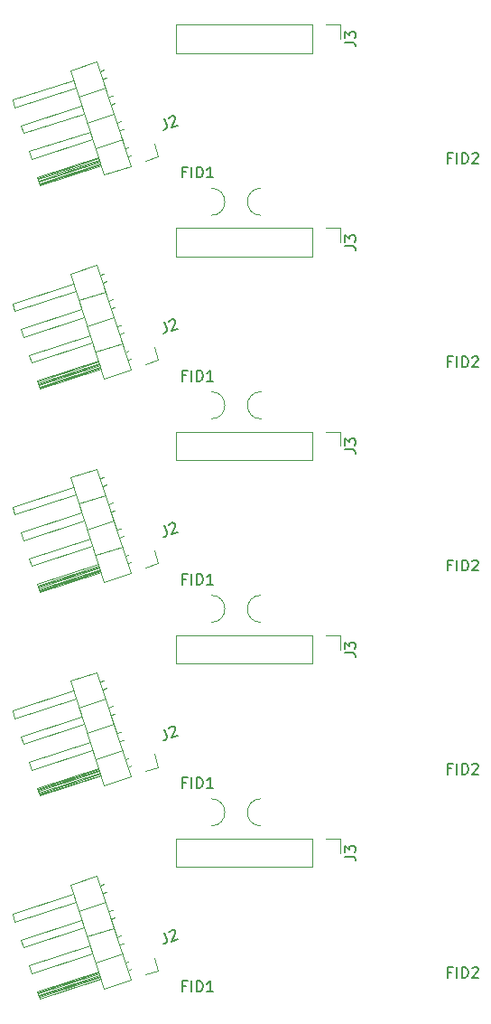
<source format=gto>
G04 #@! TF.GenerationSoftware,KiCad,Pcbnew,5.0.0-fee4fd1~66~ubuntu16.04.1*
G04 #@! TF.CreationDate,2018-10-22T20:15:58+02:00*
G04 #@! TF.ProjectId,WiRoc_NanoPi_SideOledPCB_v1_Panelized,5769526F635F4E616E6F50695F536964,rev?*
G04 #@! TF.SameCoordinates,Original*
G04 #@! TF.FileFunction,Legend,Top*
G04 #@! TF.FilePolarity,Positive*
%FSLAX46Y46*%
G04 Gerber Fmt 4.6, Leading zero omitted, Abs format (unit mm)*
G04 Created by KiCad (PCBNEW 5.0.0-fee4fd1~66~ubuntu16.04.1) date Mon Oct 22 20:15:58 2018*
%MOMM*%
%LPD*%
G01*
G04 APERTURE LIST*
%ADD10C,0.100000*%
%ADD11C,0.120000*%
%ADD12C,0.150000*%
G04 APERTURE END LIST*
D10*
G04 #@! TO.C,mouse-bite-2.54mm-slot*
X137330000Y-152603000D02*
G75*
G03X137330000Y-155143000I0J-1270000D01*
G01*
X132670000Y-152603000D02*
G75*
G02X132670000Y-155143000I0J-1270000D01*
G01*
X137330000Y-133537000D02*
G75*
G03X137330000Y-136077000I0J-1270000D01*
G01*
X132670000Y-133537000D02*
G75*
G02X132670000Y-136077000I0J-1270000D01*
G01*
X137330000Y-114471000D02*
G75*
G03X137330000Y-117011000I0J-1270000D01*
G01*
X132670000Y-114471000D02*
G75*
G02X132670000Y-117011000I0J-1270000D01*
G01*
D11*
G04 #@! TO.C,J2*
X127683893Y-168686390D02*
X126476052Y-169078842D01*
X127291442Y-167478548D02*
X127683893Y-168686390D01*
X122619580Y-160584831D02*
X122241943Y-160707532D01*
X122854433Y-161307635D02*
X122476796Y-161430335D01*
X114005793Y-163383620D02*
X119712132Y-161529518D01*
X114240646Y-164106422D02*
X114005793Y-163383620D01*
X119946985Y-162252320D02*
X114240646Y-164106422D01*
X122751821Y-162276776D02*
X120222010Y-163098761D01*
X123404483Y-163000514D02*
X123026846Y-163123216D01*
X123639336Y-163723317D02*
X123261699Y-163846019D01*
X114790696Y-165799303D02*
X120497035Y-163945201D01*
X115025549Y-166522106D02*
X114790696Y-165799303D01*
X120731888Y-164668004D02*
X115025549Y-166522106D01*
X123536724Y-164692459D02*
X121006914Y-165514444D01*
X124189386Y-165416198D02*
X123811749Y-165538899D01*
X124424239Y-166139001D02*
X124046602Y-166261702D01*
X115575600Y-168214988D02*
X121281939Y-166360885D01*
X115810452Y-168937790D02*
X115575600Y-168214988D01*
X121516792Y-167083689D02*
X115810452Y-168937790D01*
X124321627Y-167108143D02*
X121791817Y-167930128D01*
X124910501Y-167852607D02*
X124596652Y-167954583D01*
X125145354Y-168575410D02*
X124831505Y-168677386D01*
X122097744Y-168871674D02*
X116391404Y-170725776D01*
X122134826Y-168985801D02*
X116428486Y-170839903D01*
X122171909Y-169099927D02*
X116465569Y-170954029D01*
X122208990Y-169214054D02*
X116502651Y-171068156D01*
X122246072Y-169328181D02*
X116539733Y-171182283D01*
X122283154Y-169442308D02*
X116576815Y-171296410D01*
X116360503Y-170630670D02*
X122066842Y-168776568D01*
X116595356Y-171353473D02*
X116360503Y-170630670D01*
X122301695Y-169499371D02*
X116595356Y-171353473D01*
X122595261Y-170402875D02*
X125125071Y-169580890D01*
X119418566Y-160626014D02*
X122595261Y-170402875D01*
X121948377Y-159804029D02*
X119418566Y-160626014D01*
X125125071Y-169580890D02*
X121948377Y-159804029D01*
X127683893Y-149620390D02*
X126476052Y-150012842D01*
X127291442Y-148412548D02*
X127683893Y-149620390D01*
X122619580Y-141518831D02*
X122241943Y-141641532D01*
X122854433Y-142241635D02*
X122476796Y-142364335D01*
X114005793Y-144317620D02*
X119712132Y-142463518D01*
X114240646Y-145040422D02*
X114005793Y-144317620D01*
X119946985Y-143186320D02*
X114240646Y-145040422D01*
X122751821Y-143210776D02*
X120222010Y-144032761D01*
X123404483Y-143934514D02*
X123026846Y-144057216D01*
X123639336Y-144657317D02*
X123261699Y-144780019D01*
X114790696Y-146733303D02*
X120497035Y-144879201D01*
X115025549Y-147456106D02*
X114790696Y-146733303D01*
X120731888Y-145602004D02*
X115025549Y-147456106D01*
X123536724Y-145626459D02*
X121006914Y-146448444D01*
X124189386Y-146350198D02*
X123811749Y-146472899D01*
X124424239Y-147073001D02*
X124046602Y-147195702D01*
X115575600Y-149148988D02*
X121281939Y-147294885D01*
X115810452Y-149871790D02*
X115575600Y-149148988D01*
X121516792Y-148017689D02*
X115810452Y-149871790D01*
X124321627Y-148042143D02*
X121791817Y-148864128D01*
X124910501Y-148786607D02*
X124596652Y-148888583D01*
X125145354Y-149509410D02*
X124831505Y-149611386D01*
X122097744Y-149805674D02*
X116391404Y-151659776D01*
X122134826Y-149919801D02*
X116428486Y-151773903D01*
X122171909Y-150033927D02*
X116465569Y-151888029D01*
X122208990Y-150148054D02*
X116502651Y-152002156D01*
X122246072Y-150262181D02*
X116539733Y-152116283D01*
X122283154Y-150376308D02*
X116576815Y-152230410D01*
X116360503Y-151564670D02*
X122066842Y-149710568D01*
X116595356Y-152287473D02*
X116360503Y-151564670D01*
X122301695Y-150433371D02*
X116595356Y-152287473D01*
X122595261Y-151336875D02*
X125125071Y-150514890D01*
X119418566Y-141560014D02*
X122595261Y-151336875D01*
X121948377Y-140738029D02*
X119418566Y-141560014D01*
X125125071Y-150514890D02*
X121948377Y-140738029D01*
X127683893Y-130554390D02*
X126476052Y-130946842D01*
X127291442Y-129346548D02*
X127683893Y-130554390D01*
X122619580Y-122452831D02*
X122241943Y-122575532D01*
X122854433Y-123175635D02*
X122476796Y-123298335D01*
X114005793Y-125251620D02*
X119712132Y-123397518D01*
X114240646Y-125974422D02*
X114005793Y-125251620D01*
X119946985Y-124120320D02*
X114240646Y-125974422D01*
X122751821Y-124144776D02*
X120222010Y-124966761D01*
X123404483Y-124868514D02*
X123026846Y-124991216D01*
X123639336Y-125591317D02*
X123261699Y-125714019D01*
X114790696Y-127667303D02*
X120497035Y-125813201D01*
X115025549Y-128390106D02*
X114790696Y-127667303D01*
X120731888Y-126536004D02*
X115025549Y-128390106D01*
X123536724Y-126560459D02*
X121006914Y-127382444D01*
X124189386Y-127284198D02*
X123811749Y-127406899D01*
X124424239Y-128007001D02*
X124046602Y-128129702D01*
X115575600Y-130082988D02*
X121281939Y-128228885D01*
X115810452Y-130805790D02*
X115575600Y-130082988D01*
X121516792Y-128951689D02*
X115810452Y-130805790D01*
X124321627Y-128976143D02*
X121791817Y-129798128D01*
X124910501Y-129720607D02*
X124596652Y-129822583D01*
X125145354Y-130443410D02*
X124831505Y-130545386D01*
X122097744Y-130739674D02*
X116391404Y-132593776D01*
X122134826Y-130853801D02*
X116428486Y-132707903D01*
X122171909Y-130967927D02*
X116465569Y-132822029D01*
X122208990Y-131082054D02*
X116502651Y-132936156D01*
X122246072Y-131196181D02*
X116539733Y-133050283D01*
X122283154Y-131310308D02*
X116576815Y-133164410D01*
X116360503Y-132498670D02*
X122066842Y-130644568D01*
X116595356Y-133221473D02*
X116360503Y-132498670D01*
X122301695Y-131367371D02*
X116595356Y-133221473D01*
X122595261Y-132270875D02*
X125125071Y-131448890D01*
X119418566Y-122494014D02*
X122595261Y-132270875D01*
X121948377Y-121672029D02*
X119418566Y-122494014D01*
X125125071Y-131448890D02*
X121948377Y-121672029D01*
X127683893Y-111488390D02*
X126476052Y-111880842D01*
X127291442Y-110280548D02*
X127683893Y-111488390D01*
X122619580Y-103386831D02*
X122241943Y-103509532D01*
X122854433Y-104109635D02*
X122476796Y-104232335D01*
X114005793Y-106185620D02*
X119712132Y-104331518D01*
X114240646Y-106908422D02*
X114005793Y-106185620D01*
X119946985Y-105054320D02*
X114240646Y-106908422D01*
X122751821Y-105078776D02*
X120222010Y-105900761D01*
X123404483Y-105802514D02*
X123026846Y-105925216D01*
X123639336Y-106525317D02*
X123261699Y-106648019D01*
X114790696Y-108601303D02*
X120497035Y-106747201D01*
X115025549Y-109324106D02*
X114790696Y-108601303D01*
X120731888Y-107470004D02*
X115025549Y-109324106D01*
X123536724Y-107494459D02*
X121006914Y-108316444D01*
X124189386Y-108218198D02*
X123811749Y-108340899D01*
X124424239Y-108941001D02*
X124046602Y-109063702D01*
X115575600Y-111016988D02*
X121281939Y-109162885D01*
X115810452Y-111739790D02*
X115575600Y-111016988D01*
X121516792Y-109885689D02*
X115810452Y-111739790D01*
X124321627Y-109910143D02*
X121791817Y-110732128D01*
X124910501Y-110654607D02*
X124596652Y-110756583D01*
X125145354Y-111377410D02*
X124831505Y-111479386D01*
X122097744Y-111673674D02*
X116391404Y-113527776D01*
X122134826Y-111787801D02*
X116428486Y-113641903D01*
X122171909Y-111901927D02*
X116465569Y-113756029D01*
X122208990Y-112016054D02*
X116502651Y-113870156D01*
X122246072Y-112130181D02*
X116539733Y-113984283D01*
X122283154Y-112244308D02*
X116576815Y-114098410D01*
X116360503Y-113432670D02*
X122066842Y-111578568D01*
X116595356Y-114155473D02*
X116360503Y-113432670D01*
X122301695Y-112301371D02*
X116595356Y-114155473D01*
X122595261Y-113204875D02*
X125125071Y-112382890D01*
X119418566Y-103428014D02*
X122595261Y-113204875D01*
X121948377Y-102606029D02*
X119418566Y-103428014D01*
X125125071Y-112382890D02*
X121948377Y-102606029D01*
G04 #@! TO.C,J3*
X144750600Y-156341000D02*
X144750600Y-157671000D01*
X143420600Y-156341000D02*
X144750600Y-156341000D01*
X142150600Y-159001000D02*
X142150600Y-156341000D01*
X129390600Y-159001000D02*
X142150600Y-159001000D01*
X129390600Y-156341000D02*
X129390600Y-159001000D01*
X142150600Y-156341000D02*
X129390600Y-156341000D01*
X144750600Y-137275000D02*
X144750600Y-138605000D01*
X143420600Y-137275000D02*
X144750600Y-137275000D01*
X142150600Y-139935000D02*
X142150600Y-137275000D01*
X129390600Y-139935000D02*
X142150600Y-139935000D01*
X129390600Y-137275000D02*
X129390600Y-139935000D01*
X142150600Y-137275000D02*
X129390600Y-137275000D01*
X144750600Y-118209000D02*
X144750600Y-119539000D01*
X143420600Y-118209000D02*
X144750600Y-118209000D01*
X142150600Y-120869000D02*
X142150600Y-118209000D01*
X129390600Y-120869000D02*
X142150600Y-120869000D01*
X129390600Y-118209000D02*
X129390600Y-120869000D01*
X142150600Y-118209000D02*
X129390600Y-118209000D01*
X144750600Y-99143000D02*
X144750600Y-100473000D01*
X143420600Y-99143000D02*
X144750600Y-99143000D01*
X142150600Y-101803000D02*
X142150600Y-99143000D01*
X129390600Y-101803000D02*
X142150600Y-101803000D01*
X129390600Y-99143000D02*
X129390600Y-101803000D01*
X142150600Y-99143000D02*
X129390600Y-99143000D01*
G04 #@! TO.C,J2*
X125125071Y-93316890D02*
X121948377Y-83540029D01*
X121948377Y-83540029D02*
X119418566Y-84362014D01*
X119418566Y-84362014D02*
X122595261Y-94138875D01*
X122595261Y-94138875D02*
X125125071Y-93316890D01*
X122301695Y-93235371D02*
X116595356Y-95089473D01*
X116595356Y-95089473D02*
X116360503Y-94366670D01*
X116360503Y-94366670D02*
X122066842Y-92512568D01*
X122283154Y-93178308D02*
X116576815Y-95032410D01*
X122246072Y-93064181D02*
X116539733Y-94918283D01*
X122208990Y-92950054D02*
X116502651Y-94804156D01*
X122171908Y-92835927D02*
X116465569Y-94690029D01*
X122134826Y-92721801D02*
X116428486Y-94575903D01*
X122097744Y-92607674D02*
X116391404Y-94461776D01*
X125145354Y-92311410D02*
X124831505Y-92413386D01*
X124910501Y-91588607D02*
X124596652Y-91690583D01*
X124321627Y-90844143D02*
X121791817Y-91666128D01*
X121516792Y-90819688D02*
X115810452Y-92673790D01*
X115810452Y-92673790D02*
X115575600Y-91950987D01*
X115575600Y-91950987D02*
X121281939Y-90096885D01*
X124424239Y-89875001D02*
X124046602Y-89997702D01*
X124189386Y-89152198D02*
X123811749Y-89274899D01*
X123536724Y-88428459D02*
X121006914Y-89250444D01*
X120731888Y-88404004D02*
X115025549Y-90258106D01*
X115025549Y-90258106D02*
X114790696Y-89535303D01*
X114790696Y-89535303D02*
X120497035Y-87681201D01*
X123639336Y-87459317D02*
X123261699Y-87582019D01*
X123404483Y-86736514D02*
X123026846Y-86859216D01*
X122751821Y-86012776D02*
X120222010Y-86834761D01*
X119946985Y-85988320D02*
X114240646Y-87842422D01*
X114240646Y-87842422D02*
X114005793Y-87119620D01*
X114005793Y-87119620D02*
X119712132Y-85265518D01*
X122854433Y-85043634D02*
X122476796Y-85166335D01*
X122619580Y-84320831D02*
X122241943Y-84443532D01*
X127291442Y-91214548D02*
X127683893Y-92422390D01*
X127683893Y-92422390D02*
X126476052Y-92814842D01*
G04 #@! TO.C,J3*
X142150600Y-80077000D02*
X129390600Y-80077000D01*
X129390600Y-80077000D02*
X129390600Y-82737000D01*
X129390600Y-82737000D02*
X142150600Y-82737000D01*
X142150600Y-82737000D02*
X142150600Y-80077000D01*
X143420600Y-80077000D02*
X144750600Y-80077000D01*
X144750600Y-80077000D02*
X144750600Y-81407000D01*
D10*
G04 #@! TO.C,mouse-bite-2.54mm-slot*
X132670000Y-95405000D02*
G75*
G02X132670000Y-97945000I0J-1270000D01*
G01*
X137330000Y-95405000D02*
G75*
G03X137330000Y-97945000I0J-1270000D01*
G01*
G04 #@! TO.C,FID1*
D12*
X130304991Y-170134471D02*
X129971658Y-170134471D01*
X129971658Y-170658280D02*
X129971658Y-169658280D01*
X130447848Y-169658280D01*
X130828800Y-170658280D02*
X130828800Y-169658280D01*
X131304991Y-170658280D02*
X131304991Y-169658280D01*
X131543086Y-169658280D01*
X131685943Y-169705900D01*
X131781181Y-169801138D01*
X131828800Y-169896376D01*
X131876420Y-170086852D01*
X131876420Y-170229709D01*
X131828800Y-170420185D01*
X131781181Y-170515423D01*
X131685943Y-170610661D01*
X131543086Y-170658280D01*
X131304991Y-170658280D01*
X132828800Y-170658280D02*
X132257372Y-170658280D01*
X132543086Y-170658280D02*
X132543086Y-169658280D01*
X132447848Y-169801138D01*
X132352610Y-169896376D01*
X132257372Y-169943995D01*
X130304991Y-151068471D02*
X129971658Y-151068471D01*
X129971658Y-151592280D02*
X129971658Y-150592280D01*
X130447848Y-150592280D01*
X130828800Y-151592280D02*
X130828800Y-150592280D01*
X131304991Y-151592280D02*
X131304991Y-150592280D01*
X131543086Y-150592280D01*
X131685943Y-150639900D01*
X131781181Y-150735138D01*
X131828800Y-150830376D01*
X131876420Y-151020852D01*
X131876420Y-151163709D01*
X131828800Y-151354185D01*
X131781181Y-151449423D01*
X131685943Y-151544661D01*
X131543086Y-151592280D01*
X131304991Y-151592280D01*
X132828800Y-151592280D02*
X132257372Y-151592280D01*
X132543086Y-151592280D02*
X132543086Y-150592280D01*
X132447848Y-150735138D01*
X132352610Y-150830376D01*
X132257372Y-150877995D01*
X130304991Y-132002471D02*
X129971658Y-132002471D01*
X129971658Y-132526280D02*
X129971658Y-131526280D01*
X130447848Y-131526280D01*
X130828800Y-132526280D02*
X130828800Y-131526280D01*
X131304991Y-132526280D02*
X131304991Y-131526280D01*
X131543086Y-131526280D01*
X131685943Y-131573900D01*
X131781181Y-131669138D01*
X131828800Y-131764376D01*
X131876420Y-131954852D01*
X131876420Y-132097709D01*
X131828800Y-132288185D01*
X131781181Y-132383423D01*
X131685943Y-132478661D01*
X131543086Y-132526280D01*
X131304991Y-132526280D01*
X132828800Y-132526280D02*
X132257372Y-132526280D01*
X132543086Y-132526280D02*
X132543086Y-131526280D01*
X132447848Y-131669138D01*
X132352610Y-131764376D01*
X132257372Y-131811995D01*
X130304991Y-112936471D02*
X129971658Y-112936471D01*
X129971658Y-113460280D02*
X129971658Y-112460280D01*
X130447848Y-112460280D01*
X130828800Y-113460280D02*
X130828800Y-112460280D01*
X131304991Y-113460280D02*
X131304991Y-112460280D01*
X131543086Y-112460280D01*
X131685943Y-112507900D01*
X131781181Y-112603138D01*
X131828800Y-112698376D01*
X131876420Y-112888852D01*
X131876420Y-113031709D01*
X131828800Y-113222185D01*
X131781181Y-113317423D01*
X131685943Y-113412661D01*
X131543086Y-113460280D01*
X131304991Y-113460280D01*
X132828800Y-113460280D02*
X132257372Y-113460280D01*
X132543086Y-113460280D02*
X132543086Y-112460280D01*
X132447848Y-112603138D01*
X132352610Y-112698376D01*
X132257372Y-112745995D01*
G04 #@! TO.C,FID2*
X155196991Y-168836531D02*
X154863658Y-168836531D01*
X154863658Y-169360340D02*
X154863658Y-168360340D01*
X155339848Y-168360340D01*
X155720800Y-169360340D02*
X155720800Y-168360340D01*
X156196991Y-169360340D02*
X156196991Y-168360340D01*
X156435086Y-168360340D01*
X156577943Y-168407960D01*
X156673181Y-168503198D01*
X156720800Y-168598436D01*
X156768420Y-168788912D01*
X156768420Y-168931769D01*
X156720800Y-169122245D01*
X156673181Y-169217483D01*
X156577943Y-169312721D01*
X156435086Y-169360340D01*
X156196991Y-169360340D01*
X157149372Y-168455579D02*
X157196991Y-168407960D01*
X157292229Y-168360340D01*
X157530324Y-168360340D01*
X157625562Y-168407960D01*
X157673181Y-168455579D01*
X157720800Y-168550817D01*
X157720800Y-168646055D01*
X157673181Y-168788912D01*
X157101753Y-169360340D01*
X157720800Y-169360340D01*
X155196991Y-149770531D02*
X154863658Y-149770531D01*
X154863658Y-150294340D02*
X154863658Y-149294340D01*
X155339848Y-149294340D01*
X155720800Y-150294340D02*
X155720800Y-149294340D01*
X156196991Y-150294340D02*
X156196991Y-149294340D01*
X156435086Y-149294340D01*
X156577943Y-149341960D01*
X156673181Y-149437198D01*
X156720800Y-149532436D01*
X156768420Y-149722912D01*
X156768420Y-149865769D01*
X156720800Y-150056245D01*
X156673181Y-150151483D01*
X156577943Y-150246721D01*
X156435086Y-150294340D01*
X156196991Y-150294340D01*
X157149372Y-149389579D02*
X157196991Y-149341960D01*
X157292229Y-149294340D01*
X157530324Y-149294340D01*
X157625562Y-149341960D01*
X157673181Y-149389579D01*
X157720800Y-149484817D01*
X157720800Y-149580055D01*
X157673181Y-149722912D01*
X157101753Y-150294340D01*
X157720800Y-150294340D01*
X155196991Y-130704531D02*
X154863658Y-130704531D01*
X154863658Y-131228340D02*
X154863658Y-130228340D01*
X155339848Y-130228340D01*
X155720800Y-131228340D02*
X155720800Y-130228340D01*
X156196991Y-131228340D02*
X156196991Y-130228340D01*
X156435086Y-130228340D01*
X156577943Y-130275960D01*
X156673181Y-130371198D01*
X156720800Y-130466436D01*
X156768420Y-130656912D01*
X156768420Y-130799769D01*
X156720800Y-130990245D01*
X156673181Y-131085483D01*
X156577943Y-131180721D01*
X156435086Y-131228340D01*
X156196991Y-131228340D01*
X157149372Y-130323579D02*
X157196991Y-130275960D01*
X157292229Y-130228340D01*
X157530324Y-130228340D01*
X157625562Y-130275960D01*
X157673181Y-130323579D01*
X157720800Y-130418817D01*
X157720800Y-130514055D01*
X157673181Y-130656912D01*
X157101753Y-131228340D01*
X157720800Y-131228340D01*
X155196991Y-111638531D02*
X154863658Y-111638531D01*
X154863658Y-112162340D02*
X154863658Y-111162340D01*
X155339848Y-111162340D01*
X155720800Y-112162340D02*
X155720800Y-111162340D01*
X156196991Y-112162340D02*
X156196991Y-111162340D01*
X156435086Y-111162340D01*
X156577943Y-111209960D01*
X156673181Y-111305198D01*
X156720800Y-111400436D01*
X156768420Y-111590912D01*
X156768420Y-111733769D01*
X156720800Y-111924245D01*
X156673181Y-112019483D01*
X156577943Y-112114721D01*
X156435086Y-112162340D01*
X156196991Y-112162340D01*
X157149372Y-111257579D02*
X157196991Y-111209960D01*
X157292229Y-111162340D01*
X157530324Y-111162340D01*
X157625562Y-111209960D01*
X157673181Y-111257579D01*
X157720800Y-111352817D01*
X157720800Y-111448055D01*
X157673181Y-111590912D01*
X157101753Y-112162340D01*
X157720800Y-112162340D01*
G04 #@! TO.C,J2*
X128266357Y-165127189D02*
X128487083Y-165806515D01*
X128485940Y-165957095D01*
X128424794Y-166077102D01*
X128303644Y-166166536D01*
X128213067Y-166195966D01*
X128703383Y-165085329D02*
X128733956Y-165025326D01*
X128809818Y-164950607D01*
X129036260Y-164877032D01*
X129141552Y-164892890D01*
X129201555Y-164923463D01*
X129276274Y-164999325D01*
X129305704Y-165089902D01*
X129304561Y-165240482D01*
X128937681Y-165960524D01*
X129526431Y-165769228D01*
X128266357Y-146061189D02*
X128487083Y-146740515D01*
X128485940Y-146891095D01*
X128424794Y-147011102D01*
X128303644Y-147100536D01*
X128213067Y-147129966D01*
X128703383Y-146019329D02*
X128733956Y-145959326D01*
X128809818Y-145884607D01*
X129036260Y-145811032D01*
X129141552Y-145826890D01*
X129201555Y-145857463D01*
X129276274Y-145933325D01*
X129305704Y-146023902D01*
X129304561Y-146174482D01*
X128937681Y-146894524D01*
X129526431Y-146703228D01*
X128266357Y-126995189D02*
X128487083Y-127674515D01*
X128485940Y-127825095D01*
X128424794Y-127945102D01*
X128303644Y-128034536D01*
X128213067Y-128063966D01*
X128703383Y-126953329D02*
X128733956Y-126893326D01*
X128809818Y-126818607D01*
X129036260Y-126745032D01*
X129141552Y-126760890D01*
X129201555Y-126791463D01*
X129276274Y-126867325D01*
X129305704Y-126957902D01*
X129304561Y-127108482D01*
X128937681Y-127828524D01*
X129526431Y-127637228D01*
X128266357Y-107929189D02*
X128487083Y-108608515D01*
X128485940Y-108759095D01*
X128424794Y-108879102D01*
X128303644Y-108968536D01*
X128213067Y-108997966D01*
X128703383Y-107887329D02*
X128733956Y-107827326D01*
X128809818Y-107752607D01*
X129036260Y-107679032D01*
X129141552Y-107694890D01*
X129201555Y-107725463D01*
X129276274Y-107801325D01*
X129305704Y-107891902D01*
X129304561Y-108042482D01*
X128937681Y-108762524D01*
X129526431Y-108571228D01*
G04 #@! TO.C,J3*
X145202980Y-158004333D02*
X145917266Y-158004333D01*
X146060123Y-158051952D01*
X146155361Y-158147190D01*
X146202980Y-158290047D01*
X146202980Y-158385285D01*
X145202980Y-157623380D02*
X145202980Y-157004333D01*
X145583933Y-157337666D01*
X145583933Y-157194809D01*
X145631552Y-157099571D01*
X145679171Y-157051952D01*
X145774409Y-157004333D01*
X146012504Y-157004333D01*
X146107742Y-157051952D01*
X146155361Y-157099571D01*
X146202980Y-157194809D01*
X146202980Y-157480523D01*
X146155361Y-157575761D01*
X146107742Y-157623380D01*
X145202980Y-138938333D02*
X145917266Y-138938333D01*
X146060123Y-138985952D01*
X146155361Y-139081190D01*
X146202980Y-139224047D01*
X146202980Y-139319285D01*
X145202980Y-138557380D02*
X145202980Y-137938333D01*
X145583933Y-138271666D01*
X145583933Y-138128809D01*
X145631552Y-138033571D01*
X145679171Y-137985952D01*
X145774409Y-137938333D01*
X146012504Y-137938333D01*
X146107742Y-137985952D01*
X146155361Y-138033571D01*
X146202980Y-138128809D01*
X146202980Y-138414523D01*
X146155361Y-138509761D01*
X146107742Y-138557380D01*
X145202980Y-119872333D02*
X145917266Y-119872333D01*
X146060123Y-119919952D01*
X146155361Y-120015190D01*
X146202980Y-120158047D01*
X146202980Y-120253285D01*
X145202980Y-119491380D02*
X145202980Y-118872333D01*
X145583933Y-119205666D01*
X145583933Y-119062809D01*
X145631552Y-118967571D01*
X145679171Y-118919952D01*
X145774409Y-118872333D01*
X146012504Y-118872333D01*
X146107742Y-118919952D01*
X146155361Y-118967571D01*
X146202980Y-119062809D01*
X146202980Y-119348523D01*
X146155361Y-119443761D01*
X146107742Y-119491380D01*
X145202980Y-100806333D02*
X145917266Y-100806333D01*
X146060123Y-100853952D01*
X146155361Y-100949190D01*
X146202980Y-101092047D01*
X146202980Y-101187285D01*
X145202980Y-100425380D02*
X145202980Y-99806333D01*
X145583933Y-100139666D01*
X145583933Y-99996809D01*
X145631552Y-99901571D01*
X145679171Y-99853952D01*
X145774409Y-99806333D01*
X146012504Y-99806333D01*
X146107742Y-99853952D01*
X146155361Y-99901571D01*
X146202980Y-99996809D01*
X146202980Y-100282523D01*
X146155361Y-100377761D01*
X146107742Y-100425380D01*
G04 #@! TO.C,FID2*
X155196991Y-92572531D02*
X154863658Y-92572531D01*
X154863658Y-93096340D02*
X154863658Y-92096340D01*
X155339848Y-92096340D01*
X155720800Y-93096340D02*
X155720800Y-92096340D01*
X156196991Y-93096340D02*
X156196991Y-92096340D01*
X156435086Y-92096340D01*
X156577943Y-92143960D01*
X156673181Y-92239198D01*
X156720800Y-92334436D01*
X156768420Y-92524912D01*
X156768420Y-92667769D01*
X156720800Y-92858245D01*
X156673181Y-92953483D01*
X156577943Y-93048721D01*
X156435086Y-93096340D01*
X156196991Y-93096340D01*
X157149372Y-92191579D02*
X157196991Y-92143960D01*
X157292229Y-92096340D01*
X157530324Y-92096340D01*
X157625562Y-92143960D01*
X157673181Y-92191579D01*
X157720800Y-92286817D01*
X157720800Y-92382055D01*
X157673181Y-92524912D01*
X157101753Y-93096340D01*
X157720800Y-93096340D01*
G04 #@! TO.C,J2*
X128266357Y-88863189D02*
X128487083Y-89542515D01*
X128485940Y-89693095D01*
X128424794Y-89813102D01*
X128303644Y-89902536D01*
X128213067Y-89931966D01*
X128703383Y-88821329D02*
X128733956Y-88761326D01*
X128809818Y-88686607D01*
X129036260Y-88613032D01*
X129141552Y-88628890D01*
X129201555Y-88659463D01*
X129276274Y-88735325D01*
X129305704Y-88825902D01*
X129304561Y-88976482D01*
X128937681Y-89696524D01*
X129526431Y-89505228D01*
G04 #@! TO.C,J3*
X145202980Y-81740333D02*
X145917266Y-81740333D01*
X146060123Y-81787952D01*
X146155361Y-81883190D01*
X146202980Y-82026047D01*
X146202980Y-82121285D01*
X145202980Y-81359380D02*
X145202980Y-80740333D01*
X145583933Y-81073666D01*
X145583933Y-80930809D01*
X145631552Y-80835571D01*
X145679171Y-80787952D01*
X145774409Y-80740333D01*
X146012504Y-80740333D01*
X146107742Y-80787952D01*
X146155361Y-80835571D01*
X146202980Y-80930809D01*
X146202980Y-81216523D01*
X146155361Y-81311761D01*
X146107742Y-81359380D01*
G04 #@! TO.C,FID1*
X130304991Y-93870471D02*
X129971658Y-93870471D01*
X129971658Y-94394280D02*
X129971658Y-93394280D01*
X130447848Y-93394280D01*
X130828800Y-94394280D02*
X130828800Y-93394280D01*
X131304991Y-94394280D02*
X131304991Y-93394280D01*
X131543086Y-93394280D01*
X131685943Y-93441900D01*
X131781181Y-93537138D01*
X131828800Y-93632376D01*
X131876420Y-93822852D01*
X131876420Y-93965709D01*
X131828800Y-94156185D01*
X131781181Y-94251423D01*
X131685943Y-94346661D01*
X131543086Y-94394280D01*
X131304991Y-94394280D01*
X132828800Y-94394280D02*
X132257372Y-94394280D01*
X132543086Y-94394280D02*
X132543086Y-93394280D01*
X132447848Y-93537138D01*
X132352610Y-93632376D01*
X132257372Y-93679995D01*
G04 #@! TD*
M02*

</source>
